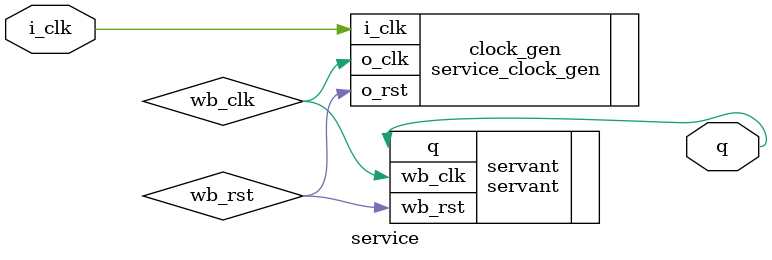
<source format=v>
`default_nettype none
module service
(
 input wire  i_clk,
 output wire q);

   parameter memfile = "zephyr_hello.hex";
   parameter memsize = 8192;
   parameter PLL = "NONE";

   wire      wb_clk;
   wire      wb_rst;

   service_clock_gen #(.PLL (PLL))
   clock_gen
     (.i_clk (i_clk),
      .o_clk (wb_clk),
      .o_rst (wb_rst));

   servant
     #(.memfile (memfile),
       .memsize (memsize))
   servant
     (.wb_clk (wb_clk),
      .wb_rst (wb_rst),
      .q      (q));

endmodule

</source>
